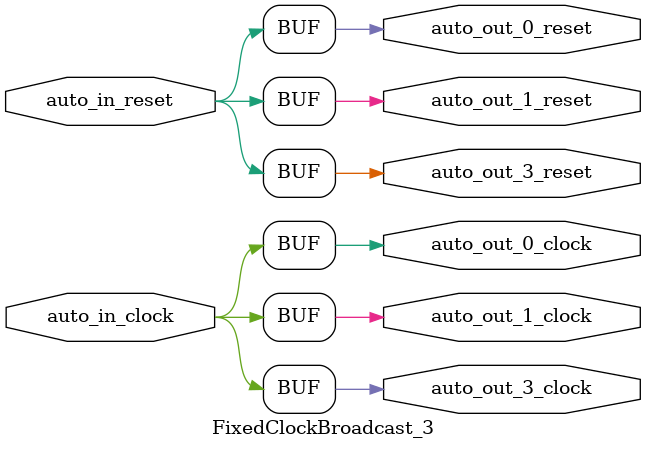
<source format=v>
`default_nettype wire
`include "timescale.vh"
module FixedClockBroadcast_3(
  input   auto_in_clock,
  input   auto_in_reset,
  output  auto_out_3_clock,
  output  auto_out_3_reset,
  output  auto_out_1_clock,
  output  auto_out_1_reset,
  output  auto_out_0_clock,
  output  auto_out_0_reset
);
  assign auto_out_3_clock = auto_in_clock;
  assign auto_out_3_reset = auto_in_reset;
  assign auto_out_1_clock = auto_in_clock;
  assign auto_out_1_reset = auto_in_reset;
  assign auto_out_0_clock = auto_in_clock;
  assign auto_out_0_reset = auto_in_reset;
endmodule
</source>
